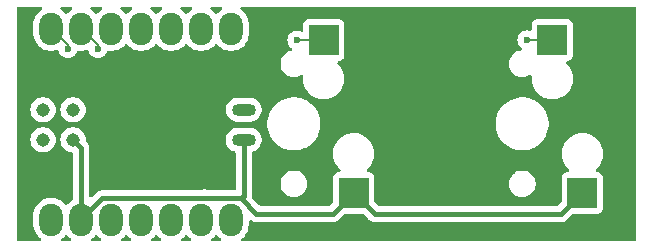
<source format=gbr>
G04 #@! TF.GenerationSoftware,KiCad,Pcbnew,8.0.6*
G04 #@! TF.CreationDate,2025-06-27T19:48:10+01:00*
G04 #@! TF.ProjectId,2x1,3278312e-6b69-4636-9164-5f7063625858,0.1*
G04 #@! TF.SameCoordinates,Original*
G04 #@! TF.FileFunction,Copper,L2,Bot*
G04 #@! TF.FilePolarity,Positive*
%FSLAX46Y46*%
G04 Gerber Fmt 4.6, Leading zero omitted, Abs format (unit mm)*
G04 Created by KiCad (PCBNEW 8.0.6) date 2025-06-27 19:48:10*
%MOMM*%
%LPD*%
G01*
G04 APERTURE LIST*
G04 #@! TA.AperFunction,SMDPad,CuDef*
%ADD10R,2.500000X2.550000*%
G04 #@! TD*
G04 #@! TA.AperFunction,SMDPad,CuDef*
%ADD11O,1.998980X2.748280*%
G04 #@! TD*
G04 #@! TA.AperFunction,SMDPad,CuDef*
%ADD12O,2.032000X1.016000*%
G04 #@! TD*
G04 #@! TA.AperFunction,SMDPad,CuDef*
%ADD13C,1.143000*%
G04 #@! TD*
G04 #@! TA.AperFunction,ViaPad*
%ADD14C,0.600000*%
G04 #@! TD*
G04 #@! TA.AperFunction,Conductor*
%ADD15C,0.381000*%
G04 #@! TD*
G04 #@! TA.AperFunction,Conductor*
%ADD16C,0.200000*%
G04 #@! TD*
G04 APERTURE END LIST*
D10*
X124543942Y-56415000D03*
X127083942Y-69342000D03*
X105196876Y-56415000D03*
X107736876Y-69342000D03*
D11*
X82112942Y-55450000D03*
X84652942Y-55450000D03*
X87192942Y-55450000D03*
X89732942Y-55450000D03*
X92272942Y-55450000D03*
X94812942Y-55450000D03*
X97352942Y-55450000D03*
X97352942Y-71614560D03*
X94812942Y-71614560D03*
X92272942Y-71614560D03*
X89732942Y-71614560D03*
X87192942Y-71614560D03*
X84652942Y-71614560D03*
X82112942Y-71614560D03*
D12*
X98430762Y-62316880D03*
X98430762Y-64866880D03*
D13*
X81426575Y-62315683D03*
X81426575Y-64855683D03*
X83966575Y-62315683D03*
X83966575Y-64855683D03*
D14*
X102910000Y-56410000D03*
X83522942Y-57150000D03*
X122384942Y-56388000D03*
X86062942Y-57150000D03*
D15*
X98187448Y-69817000D02*
X98430762Y-69573686D01*
X95112942Y-69817000D02*
X86415692Y-69817000D01*
X105958876Y-71120000D02*
X99490448Y-71120000D01*
X98430762Y-69573686D02*
X98430762Y-64866880D01*
X86415692Y-69817000D02*
X84650192Y-71582500D01*
X98187448Y-69817000D02*
X95112942Y-69817000D01*
X84652942Y-65542050D02*
X83966575Y-64855683D01*
X84652942Y-71614560D02*
X84652942Y-65542050D01*
X107736876Y-69342000D02*
X109514876Y-71120000D01*
X107736876Y-69342000D02*
X105958876Y-71120000D01*
X109514876Y-71120000D02*
X125305942Y-71120000D01*
X95112942Y-69817000D02*
X95112942Y-69750000D01*
X99490448Y-71120000D02*
X98187448Y-69817000D01*
X125305942Y-71120000D02*
X127083942Y-69342000D01*
D16*
X103615942Y-56415000D02*
X105196876Y-56415000D01*
X102910000Y-56410000D02*
X103610942Y-56410000D01*
X82142692Y-55450000D02*
X83522942Y-56830250D01*
X83522942Y-56830250D02*
X83522942Y-57150000D01*
X103610942Y-56410000D02*
X103615942Y-56415000D01*
X82112942Y-55450000D02*
X82142692Y-55450000D01*
X86062942Y-56830250D02*
X86062942Y-57150000D01*
X84652942Y-55450000D02*
X84682692Y-55450000D01*
X122384942Y-56388000D02*
X124516942Y-56388000D01*
X124516942Y-56388000D02*
X124543942Y-56415000D01*
X84682692Y-55450000D02*
X86062942Y-56830250D01*
X89732942Y-55450000D02*
X89762692Y-55450000D01*
X87192942Y-55450000D02*
X87222692Y-55450000D01*
G04 #@! TA.AperFunction,NonConductor*
G36*
X96535639Y-53606185D02*
G01*
X96581394Y-53658989D01*
X96591338Y-53728147D01*
X96562313Y-53791703D01*
X96541485Y-53810818D01*
X96375770Y-53931216D01*
X96375765Y-53931220D01*
X96208816Y-54098169D01*
X96208811Y-54098175D01*
X96183260Y-54133344D01*
X96127930Y-54176010D01*
X96058317Y-54181989D01*
X95996522Y-54149383D01*
X95982624Y-54133344D01*
X95957072Y-54098175D01*
X95957070Y-54098172D01*
X95790120Y-53931222D01*
X95790118Y-53931220D01*
X95790113Y-53931216D01*
X95624399Y-53810818D01*
X95581733Y-53755488D01*
X95575754Y-53685875D01*
X95608360Y-53624080D01*
X95669198Y-53589723D01*
X95697284Y-53586500D01*
X96468600Y-53586500D01*
X96535639Y-53606185D01*
G37*
G04 #@! TD.AperFunction*
G04 #@! TA.AperFunction,NonConductor*
G36*
X93995639Y-53606185D02*
G01*
X94041394Y-53658989D01*
X94051338Y-53728147D01*
X94022313Y-53791703D01*
X94001485Y-53810818D01*
X93835770Y-53931216D01*
X93835765Y-53931220D01*
X93668816Y-54098169D01*
X93668811Y-54098175D01*
X93643260Y-54133344D01*
X93587930Y-54176010D01*
X93518317Y-54181989D01*
X93456522Y-54149383D01*
X93442624Y-54133344D01*
X93417072Y-54098175D01*
X93417070Y-54098172D01*
X93250120Y-53931222D01*
X93250118Y-53931220D01*
X93250113Y-53931216D01*
X93084399Y-53810818D01*
X93041733Y-53755488D01*
X93035754Y-53685875D01*
X93068360Y-53624080D01*
X93129198Y-53589723D01*
X93157284Y-53586500D01*
X93928600Y-53586500D01*
X93995639Y-53606185D01*
G37*
G04 #@! TD.AperFunction*
G04 #@! TA.AperFunction,NonConductor*
G36*
X91455639Y-53606185D02*
G01*
X91501394Y-53658989D01*
X91511338Y-53728147D01*
X91482313Y-53791703D01*
X91461485Y-53810818D01*
X91295770Y-53931216D01*
X91295765Y-53931220D01*
X91128816Y-54098169D01*
X91128811Y-54098175D01*
X91103260Y-54133344D01*
X91047930Y-54176010D01*
X90978317Y-54181989D01*
X90916522Y-54149383D01*
X90902624Y-54133344D01*
X90877072Y-54098175D01*
X90877070Y-54098172D01*
X90710120Y-53931222D01*
X90710118Y-53931220D01*
X90710113Y-53931216D01*
X90544399Y-53810818D01*
X90501733Y-53755488D01*
X90495754Y-53685875D01*
X90528360Y-53624080D01*
X90589198Y-53589723D01*
X90617284Y-53586500D01*
X91388600Y-53586500D01*
X91455639Y-53606185D01*
G37*
G04 #@! TD.AperFunction*
G04 #@! TA.AperFunction,NonConductor*
G36*
X88915639Y-53606185D02*
G01*
X88961394Y-53658989D01*
X88971338Y-53728147D01*
X88942313Y-53791703D01*
X88921485Y-53810818D01*
X88755770Y-53931216D01*
X88755765Y-53931220D01*
X88588816Y-54098169D01*
X88588811Y-54098175D01*
X88563260Y-54133344D01*
X88507930Y-54176010D01*
X88438317Y-54181989D01*
X88376522Y-54149383D01*
X88362624Y-54133344D01*
X88337072Y-54098175D01*
X88337070Y-54098172D01*
X88170120Y-53931222D01*
X88170118Y-53931220D01*
X88170113Y-53931216D01*
X88004399Y-53810818D01*
X87961733Y-53755488D01*
X87955754Y-53685875D01*
X87988360Y-53624080D01*
X88049198Y-53589723D01*
X88077284Y-53586500D01*
X88848600Y-53586500D01*
X88915639Y-53606185D01*
G37*
G04 #@! TD.AperFunction*
G04 #@! TA.AperFunction,NonConductor*
G36*
X86375639Y-53606185D02*
G01*
X86421394Y-53658989D01*
X86431338Y-53728147D01*
X86402313Y-53791703D01*
X86381485Y-53810818D01*
X86215770Y-53931216D01*
X86215765Y-53931220D01*
X86048816Y-54098169D01*
X86048811Y-54098175D01*
X86023260Y-54133344D01*
X85967930Y-54176010D01*
X85898317Y-54181989D01*
X85836522Y-54149383D01*
X85822624Y-54133344D01*
X85797072Y-54098175D01*
X85797070Y-54098172D01*
X85630120Y-53931222D01*
X85630118Y-53931220D01*
X85630113Y-53931216D01*
X85464399Y-53810818D01*
X85421733Y-53755488D01*
X85415754Y-53685875D01*
X85448360Y-53624080D01*
X85509198Y-53589723D01*
X85537284Y-53586500D01*
X86308600Y-53586500D01*
X86375639Y-53606185D01*
G37*
G04 #@! TD.AperFunction*
G04 #@! TA.AperFunction,NonConductor*
G36*
X83835639Y-53606185D02*
G01*
X83881394Y-53658989D01*
X83891338Y-53728147D01*
X83862313Y-53791703D01*
X83841485Y-53810818D01*
X83675770Y-53931216D01*
X83675765Y-53931220D01*
X83508816Y-54098169D01*
X83508811Y-54098175D01*
X83483260Y-54133344D01*
X83427930Y-54176010D01*
X83358317Y-54181989D01*
X83296522Y-54149383D01*
X83282624Y-54133344D01*
X83257072Y-54098175D01*
X83257070Y-54098172D01*
X83090120Y-53931222D01*
X83090118Y-53931220D01*
X83090113Y-53931216D01*
X82924399Y-53810818D01*
X82881733Y-53755488D01*
X82875754Y-53685875D01*
X82908360Y-53624080D01*
X82969198Y-53589723D01*
X82997284Y-53586500D01*
X83768600Y-53586500D01*
X83835639Y-53606185D01*
G37*
G04 #@! TD.AperFunction*
G04 #@! TA.AperFunction,NonConductor*
G36*
X96169361Y-72915175D02*
G01*
X96183261Y-72931217D01*
X96208810Y-72966384D01*
X96375769Y-73133343D01*
X96452626Y-73189182D01*
X96495292Y-73244511D01*
X96501271Y-73314125D01*
X96468666Y-73375920D01*
X96407827Y-73410277D01*
X96379741Y-73413500D01*
X95786143Y-73413500D01*
X95719104Y-73393815D01*
X95673349Y-73341011D01*
X95663405Y-73271853D01*
X95692430Y-73208297D01*
X95713258Y-73189182D01*
X95790114Y-73133343D01*
X95790116Y-73133340D01*
X95790120Y-73133338D01*
X95957070Y-72966388D01*
X95982623Y-72931216D01*
X96037952Y-72888551D01*
X96107565Y-72882570D01*
X96169361Y-72915175D01*
G37*
G04 #@! TD.AperFunction*
G04 #@! TA.AperFunction,NonConductor*
G36*
X93629361Y-72915175D02*
G01*
X93643261Y-72931217D01*
X93668810Y-72966384D01*
X93835769Y-73133343D01*
X93912626Y-73189182D01*
X93955292Y-73244511D01*
X93961271Y-73314125D01*
X93928666Y-73375920D01*
X93867827Y-73410277D01*
X93839741Y-73413500D01*
X93246143Y-73413500D01*
X93179104Y-73393815D01*
X93133349Y-73341011D01*
X93123405Y-73271853D01*
X93152430Y-73208297D01*
X93173258Y-73189182D01*
X93250114Y-73133343D01*
X93250116Y-73133340D01*
X93250120Y-73133338D01*
X93417070Y-72966388D01*
X93442623Y-72931216D01*
X93497952Y-72888551D01*
X93567565Y-72882570D01*
X93629361Y-72915175D01*
G37*
G04 #@! TD.AperFunction*
G04 #@! TA.AperFunction,NonConductor*
G36*
X91089361Y-72915175D02*
G01*
X91103261Y-72931217D01*
X91128810Y-72966384D01*
X91295769Y-73133343D01*
X91372626Y-73189182D01*
X91415292Y-73244511D01*
X91421271Y-73314125D01*
X91388666Y-73375920D01*
X91327827Y-73410277D01*
X91299741Y-73413500D01*
X90706143Y-73413500D01*
X90639104Y-73393815D01*
X90593349Y-73341011D01*
X90583405Y-73271853D01*
X90612430Y-73208297D01*
X90633258Y-73189182D01*
X90710114Y-73133343D01*
X90710116Y-73133340D01*
X90710120Y-73133338D01*
X90877070Y-72966388D01*
X90902623Y-72931216D01*
X90957952Y-72888551D01*
X91027565Y-72882570D01*
X91089361Y-72915175D01*
G37*
G04 #@! TD.AperFunction*
G04 #@! TA.AperFunction,NonConductor*
G36*
X88549361Y-72915175D02*
G01*
X88563261Y-72931217D01*
X88588810Y-72966384D01*
X88755769Y-73133343D01*
X88832626Y-73189182D01*
X88875292Y-73244511D01*
X88881271Y-73314125D01*
X88848666Y-73375920D01*
X88787827Y-73410277D01*
X88759741Y-73413500D01*
X88166143Y-73413500D01*
X88099104Y-73393815D01*
X88053349Y-73341011D01*
X88043405Y-73271853D01*
X88072430Y-73208297D01*
X88093258Y-73189182D01*
X88170114Y-73133343D01*
X88170116Y-73133340D01*
X88170120Y-73133338D01*
X88337070Y-72966388D01*
X88362623Y-72931216D01*
X88417952Y-72888551D01*
X88487565Y-72882570D01*
X88549361Y-72915175D01*
G37*
G04 #@! TD.AperFunction*
G04 #@! TA.AperFunction,NonConductor*
G36*
X86009361Y-72915175D02*
G01*
X86023261Y-72931217D01*
X86048810Y-72966384D01*
X86215769Y-73133343D01*
X86292626Y-73189182D01*
X86335292Y-73244511D01*
X86341271Y-73314125D01*
X86308666Y-73375920D01*
X86247827Y-73410277D01*
X86219741Y-73413500D01*
X85626143Y-73413500D01*
X85559104Y-73393815D01*
X85513349Y-73341011D01*
X85503405Y-73271853D01*
X85532430Y-73208297D01*
X85553258Y-73189182D01*
X85630114Y-73133343D01*
X85630116Y-73133340D01*
X85630120Y-73133338D01*
X85797070Y-72966388D01*
X85822623Y-72931216D01*
X85877952Y-72888551D01*
X85947565Y-72882570D01*
X86009361Y-72915175D01*
G37*
G04 #@! TD.AperFunction*
G04 #@! TA.AperFunction,NonConductor*
G36*
X83469361Y-72915175D02*
G01*
X83483261Y-72931217D01*
X83508810Y-72966384D01*
X83675769Y-73133343D01*
X83752626Y-73189182D01*
X83795292Y-73244511D01*
X83801271Y-73314125D01*
X83768666Y-73375920D01*
X83707827Y-73410277D01*
X83679741Y-73413500D01*
X83086143Y-73413500D01*
X83019104Y-73393815D01*
X82973349Y-73341011D01*
X82963405Y-73271853D01*
X82992430Y-73208297D01*
X83013258Y-73189182D01*
X83090114Y-73133343D01*
X83090116Y-73133340D01*
X83090120Y-73133338D01*
X83257070Y-72966388D01*
X83282623Y-72931216D01*
X83337952Y-72888551D01*
X83407565Y-72882570D01*
X83469361Y-72915175D01*
G37*
G04 #@! TD.AperFunction*
G04 #@! TA.AperFunction,NonConductor*
G36*
X81295639Y-53606185D02*
G01*
X81341394Y-53658989D01*
X81351338Y-53728147D01*
X81322313Y-53791703D01*
X81301485Y-53810818D01*
X81135770Y-53931216D01*
X81135765Y-53931220D01*
X80968812Y-54098173D01*
X80968808Y-54098178D01*
X80830038Y-54289180D01*
X80722848Y-54499549D01*
X80649887Y-54724101D01*
X80612952Y-54957298D01*
X80612952Y-55942701D01*
X80649887Y-56175898D01*
X80722848Y-56400450D01*
X80796562Y-56545121D01*
X80807837Y-56567249D01*
X80830038Y-56610819D01*
X80968808Y-56801821D01*
X80968812Y-56801826D01*
X81135765Y-56968779D01*
X81135770Y-56968783D01*
X81299522Y-57087755D01*
X81326776Y-57107556D01*
X81455939Y-57173368D01*
X81537141Y-57214743D01*
X81537143Y-57214743D01*
X81537146Y-57214745D01*
X81761694Y-57287705D01*
X81994890Y-57324640D01*
X81994891Y-57324640D01*
X82230993Y-57324640D01*
X82230994Y-57324640D01*
X82464190Y-57287705D01*
X82581296Y-57249654D01*
X82651135Y-57247660D01*
X82710968Y-57283740D01*
X82736654Y-57326631D01*
X82797151Y-57499519D01*
X82797153Y-57499522D01*
X82893126Y-57652262D01*
X83020680Y-57779816D01*
X83173420Y-57875789D01*
X83334999Y-57932328D01*
X83343687Y-57935368D01*
X83343692Y-57935369D01*
X83522938Y-57955565D01*
X83522942Y-57955565D01*
X83522946Y-57955565D01*
X83702191Y-57935369D01*
X83702194Y-57935368D01*
X83702197Y-57935368D01*
X83872464Y-57875789D01*
X84025204Y-57779816D01*
X84152758Y-57652262D01*
X84248731Y-57499522D01*
X84287547Y-57388590D01*
X84328267Y-57331817D01*
X84393220Y-57306069D01*
X84423986Y-57307074D01*
X84470070Y-57314373D01*
X84534890Y-57324640D01*
X84534891Y-57324640D01*
X84770993Y-57324640D01*
X84770994Y-57324640D01*
X85004190Y-57287705D01*
X85121296Y-57249654D01*
X85191135Y-57247660D01*
X85250968Y-57283740D01*
X85276654Y-57326631D01*
X85337151Y-57499519D01*
X85337153Y-57499522D01*
X85433126Y-57652262D01*
X85560680Y-57779816D01*
X85713420Y-57875789D01*
X85874999Y-57932328D01*
X85883687Y-57935368D01*
X85883692Y-57935369D01*
X86062938Y-57955565D01*
X86062942Y-57955565D01*
X86062946Y-57955565D01*
X86242191Y-57935369D01*
X86242194Y-57935368D01*
X86242197Y-57935368D01*
X86412464Y-57875789D01*
X86565204Y-57779816D01*
X86692758Y-57652262D01*
X86788731Y-57499522D01*
X86827547Y-57388590D01*
X86868267Y-57331817D01*
X86933220Y-57306069D01*
X86963986Y-57307074D01*
X87010070Y-57314373D01*
X87074890Y-57324640D01*
X87074891Y-57324640D01*
X87310993Y-57324640D01*
X87310994Y-57324640D01*
X87544190Y-57287705D01*
X87768738Y-57214745D01*
X87979108Y-57107556D01*
X88170120Y-56968778D01*
X88337070Y-56801828D01*
X88362623Y-56766656D01*
X88417952Y-56723991D01*
X88487565Y-56718010D01*
X88549361Y-56750615D01*
X88563261Y-56766657D01*
X88588810Y-56801824D01*
X88755765Y-56968779D01*
X88755770Y-56968783D01*
X88919522Y-57087755D01*
X88946776Y-57107556D01*
X89075939Y-57173368D01*
X89157141Y-57214743D01*
X89157143Y-57214743D01*
X89157146Y-57214745D01*
X89381694Y-57287705D01*
X89614890Y-57324640D01*
X89614891Y-57324640D01*
X89850993Y-57324640D01*
X89850994Y-57324640D01*
X90084190Y-57287705D01*
X90308738Y-57214745D01*
X90519108Y-57107556D01*
X90710120Y-56968778D01*
X90877070Y-56801828D01*
X90902623Y-56766656D01*
X90957952Y-56723991D01*
X91027565Y-56718010D01*
X91089361Y-56750615D01*
X91103261Y-56766657D01*
X91128810Y-56801824D01*
X91295765Y-56968779D01*
X91295770Y-56968783D01*
X91459522Y-57087755D01*
X91486776Y-57107556D01*
X91615939Y-57173368D01*
X91697141Y-57214743D01*
X91697143Y-57214743D01*
X91697146Y-57214745D01*
X91921694Y-57287705D01*
X92154890Y-57324640D01*
X92154891Y-57324640D01*
X92390993Y-57324640D01*
X92390994Y-57324640D01*
X92624190Y-57287705D01*
X92848738Y-57214745D01*
X93059108Y-57107556D01*
X93250120Y-56968778D01*
X93417070Y-56801828D01*
X93442623Y-56766656D01*
X93497952Y-56723991D01*
X93567565Y-56718010D01*
X93629361Y-56750615D01*
X93643261Y-56766657D01*
X93668810Y-56801824D01*
X93835765Y-56968779D01*
X93835770Y-56968783D01*
X93999522Y-57087755D01*
X94026776Y-57107556D01*
X94155939Y-57173368D01*
X94237141Y-57214743D01*
X94237143Y-57214743D01*
X94237146Y-57214745D01*
X94461694Y-57287705D01*
X94694890Y-57324640D01*
X94694891Y-57324640D01*
X94930993Y-57324640D01*
X94930994Y-57324640D01*
X95164190Y-57287705D01*
X95388738Y-57214745D01*
X95599108Y-57107556D01*
X95790120Y-56968778D01*
X95957070Y-56801828D01*
X95982623Y-56766656D01*
X96037952Y-56723991D01*
X96107565Y-56718010D01*
X96169361Y-56750615D01*
X96183261Y-56766657D01*
X96208810Y-56801824D01*
X96375765Y-56968779D01*
X96375770Y-56968783D01*
X96539522Y-57087755D01*
X96566776Y-57107556D01*
X96695939Y-57173368D01*
X96777141Y-57214743D01*
X96777143Y-57214743D01*
X96777146Y-57214745D01*
X97001694Y-57287705D01*
X97234890Y-57324640D01*
X97234891Y-57324640D01*
X97470993Y-57324640D01*
X97470994Y-57324640D01*
X97704190Y-57287705D01*
X97928738Y-57214745D01*
X98139108Y-57107556D01*
X98330120Y-56968778D01*
X98497070Y-56801828D01*
X98635848Y-56610816D01*
X98743037Y-56400446D01*
X98815997Y-56175898D01*
X98852932Y-55942702D01*
X98852932Y-54957298D01*
X98815997Y-54724102D01*
X98743037Y-54499554D01*
X98743035Y-54499551D01*
X98743035Y-54499549D01*
X98704148Y-54423230D01*
X98635848Y-54289184D01*
X98618118Y-54264781D01*
X98497075Y-54098178D01*
X98497071Y-54098173D01*
X98330118Y-53931220D01*
X98330113Y-53931216D01*
X98164399Y-53810818D01*
X98121733Y-53755488D01*
X98115754Y-53685875D01*
X98148360Y-53624080D01*
X98209198Y-53589723D01*
X98237284Y-53586500D01*
X131524442Y-53586500D01*
X131591481Y-53606185D01*
X131637236Y-53658989D01*
X131648442Y-53710500D01*
X131648442Y-73289500D01*
X131628757Y-73356539D01*
X131575953Y-73402294D01*
X131524442Y-73413500D01*
X98326143Y-73413500D01*
X98259104Y-73393815D01*
X98213349Y-73341011D01*
X98203405Y-73271853D01*
X98232430Y-73208297D01*
X98253258Y-73189182D01*
X98330114Y-73133343D01*
X98330116Y-73133340D01*
X98330120Y-73133338D01*
X98497070Y-72966388D01*
X98635848Y-72775376D01*
X98743037Y-72565006D01*
X98815997Y-72340458D01*
X98852932Y-72107262D01*
X98852932Y-71757071D01*
X98872617Y-71690032D01*
X98925421Y-71644277D01*
X98994579Y-71634333D01*
X99045823Y-71653969D01*
X99049957Y-71656731D01*
X99049961Y-71656735D01*
X99163137Y-71732356D01*
X99288891Y-71784445D01*
X99288895Y-71784445D01*
X99288896Y-71784446D01*
X99422387Y-71811000D01*
X99422390Y-71811000D01*
X106026936Y-71811000D01*
X106116746Y-71793134D01*
X106160433Y-71784445D01*
X106286187Y-71732356D01*
X106399363Y-71656735D01*
X106902279Y-71153816D01*
X106963601Y-71120333D01*
X106989959Y-71117499D01*
X108483791Y-71117499D01*
X108550830Y-71137184D01*
X108571472Y-71153818D01*
X108978141Y-71560486D01*
X108978142Y-71560487D01*
X109051988Y-71634333D01*
X109074390Y-71656735D01*
X109187558Y-71732352D01*
X109187571Y-71732359D01*
X109247232Y-71757071D01*
X109313319Y-71784445D01*
X109313323Y-71784445D01*
X109313324Y-71784446D01*
X109446815Y-71811000D01*
X109446818Y-71811000D01*
X125374002Y-71811000D01*
X125463812Y-71793134D01*
X125507499Y-71784445D01*
X125633253Y-71732356D01*
X125746429Y-71656735D01*
X126249345Y-71153816D01*
X126310667Y-71120333D01*
X126337025Y-71117499D01*
X128381813Y-71117499D01*
X128381814Y-71117499D01*
X128441425Y-71111091D01*
X128576273Y-71060796D01*
X128691488Y-70974546D01*
X128777738Y-70859331D01*
X128828033Y-70724483D01*
X128834442Y-70664873D01*
X128834441Y-68019128D01*
X128828033Y-67959517D01*
X128785986Y-67846784D01*
X128777739Y-67824671D01*
X128777735Y-67824664D01*
X128691489Y-67709455D01*
X128691486Y-67709452D01*
X128576277Y-67623206D01*
X128576270Y-67623202D01*
X128441424Y-67572908D01*
X128441425Y-67572908D01*
X128381825Y-67566501D01*
X128381823Y-67566500D01*
X128381815Y-67566500D01*
X128381807Y-67566500D01*
X128332385Y-67566500D01*
X128265346Y-67546815D01*
X128219591Y-67494011D01*
X128209647Y-67424853D01*
X128238672Y-67361297D01*
X128244704Y-67354819D01*
X128402853Y-67196670D01*
X128402856Y-67196665D01*
X128402861Y-67196661D01*
X128542553Y-67014612D01*
X128657286Y-66815888D01*
X128745100Y-66603887D01*
X128804490Y-66382238D01*
X128834442Y-66154734D01*
X128834442Y-65925266D01*
X128804490Y-65697762D01*
X128745100Y-65476113D01*
X128690619Y-65344584D01*
X128657291Y-65264123D01*
X128657288Y-65264117D01*
X128657286Y-65264112D01*
X128542553Y-65065388D01*
X128542550Y-65065385D01*
X128542549Y-65065382D01*
X128402860Y-64883338D01*
X128402853Y-64883330D01*
X128240612Y-64721089D01*
X128240603Y-64721081D01*
X128058559Y-64581392D01*
X127859832Y-64466657D01*
X127859818Y-64466650D01*
X127647829Y-64378842D01*
X127426180Y-64319452D01*
X127388157Y-64314446D01*
X127198683Y-64289500D01*
X127198676Y-64289500D01*
X126969208Y-64289500D01*
X126969200Y-64289500D01*
X126752657Y-64318009D01*
X126741704Y-64319452D01*
X126648018Y-64344554D01*
X126520054Y-64378842D01*
X126308065Y-64466650D01*
X126308051Y-64466657D01*
X126109324Y-64581392D01*
X125927280Y-64721081D01*
X125765023Y-64883338D01*
X125625334Y-65065382D01*
X125510599Y-65264109D01*
X125510592Y-65264123D01*
X125422784Y-65476112D01*
X125363395Y-65697759D01*
X125363393Y-65697770D01*
X125333442Y-65925258D01*
X125333442Y-66154741D01*
X125358388Y-66344215D01*
X125363394Y-66382238D01*
X125363395Y-66382240D01*
X125422784Y-66603887D01*
X125510592Y-66815876D01*
X125510599Y-66815890D01*
X125625334Y-67014617D01*
X125765023Y-67196661D01*
X125765031Y-67196670D01*
X125923180Y-67354819D01*
X125956665Y-67416142D01*
X125951681Y-67485834D01*
X125909809Y-67541767D01*
X125844345Y-67566184D01*
X125835501Y-67566500D01*
X125786073Y-67566500D01*
X125786065Y-67566501D01*
X125726458Y-67572908D01*
X125591613Y-67623202D01*
X125591606Y-67623206D01*
X125476397Y-67709452D01*
X125476394Y-67709455D01*
X125390148Y-67824664D01*
X125390144Y-67824671D01*
X125339850Y-67959517D01*
X125333443Y-68019116D01*
X125333443Y-68019123D01*
X125333442Y-68019135D01*
X125333442Y-70063915D01*
X125313757Y-70130954D01*
X125297123Y-70151596D01*
X125056039Y-70392681D01*
X124994716Y-70426166D01*
X124968358Y-70429000D01*
X109852459Y-70429000D01*
X109785420Y-70409315D01*
X109764778Y-70392681D01*
X109523694Y-70151597D01*
X109490209Y-70090274D01*
X109487375Y-70063916D01*
X109487375Y-68491421D01*
X120878442Y-68491421D01*
X120878442Y-68668578D01*
X120906156Y-68843556D01*
X120960898Y-69012039D01*
X120960899Y-69012042D01*
X121013255Y-69114794D01*
X121041328Y-69169890D01*
X121145459Y-69313214D01*
X121270728Y-69438483D01*
X121414052Y-69542614D01*
X121491471Y-69582061D01*
X121571899Y-69623042D01*
X121571902Y-69623043D01*
X121629469Y-69641747D01*
X121740387Y-69677786D01*
X121915363Y-69705500D01*
X121915364Y-69705500D01*
X122092520Y-69705500D01*
X122092521Y-69705500D01*
X122267497Y-69677786D01*
X122435984Y-69623042D01*
X122593832Y-69542614D01*
X122737156Y-69438483D01*
X122862425Y-69313214D01*
X122966556Y-69169890D01*
X123046984Y-69012042D01*
X123101728Y-68843555D01*
X123129442Y-68668579D01*
X123129442Y-68491421D01*
X123101728Y-68316445D01*
X123046984Y-68147958D01*
X123046984Y-68147957D01*
X122966555Y-67990109D01*
X122862425Y-67846786D01*
X122737156Y-67721517D01*
X122593832Y-67617386D01*
X122435984Y-67536957D01*
X122435981Y-67536956D01*
X122267498Y-67482214D01*
X122180009Y-67468357D01*
X122092521Y-67454500D01*
X121915363Y-67454500D01*
X121857037Y-67463738D01*
X121740385Y-67482214D01*
X121571902Y-67536956D01*
X121571899Y-67536957D01*
X121414051Y-67617386D01*
X121406041Y-67623206D01*
X121270728Y-67721517D01*
X121270726Y-67721519D01*
X121270725Y-67721519D01*
X121145461Y-67846783D01*
X121145461Y-67846784D01*
X121145459Y-67846786D01*
X121100738Y-67908338D01*
X121041328Y-67990109D01*
X120960899Y-68147957D01*
X120960898Y-68147960D01*
X120906156Y-68316443D01*
X120878442Y-68491421D01*
X109487375Y-68491421D01*
X109487375Y-68019129D01*
X109487374Y-68019123D01*
X109487373Y-68019116D01*
X109480967Y-67959517D01*
X109438920Y-67846784D01*
X109430673Y-67824671D01*
X109430669Y-67824664D01*
X109344423Y-67709455D01*
X109344420Y-67709452D01*
X109229211Y-67623206D01*
X109229204Y-67623202D01*
X109094358Y-67572908D01*
X109094359Y-67572908D01*
X109034759Y-67566501D01*
X109034757Y-67566500D01*
X109034749Y-67566500D01*
X109034741Y-67566500D01*
X108985319Y-67566500D01*
X108918280Y-67546815D01*
X108872525Y-67494011D01*
X108862581Y-67424853D01*
X108891606Y-67361297D01*
X108897638Y-67354819D01*
X109055787Y-67196670D01*
X109055790Y-67196665D01*
X109055795Y-67196661D01*
X109195487Y-67014612D01*
X109310220Y-66815888D01*
X109398034Y-66603887D01*
X109457424Y-66382238D01*
X109487376Y-66154734D01*
X109487376Y-65925266D01*
X109457424Y-65697762D01*
X109398034Y-65476113D01*
X109343553Y-65344584D01*
X109310225Y-65264123D01*
X109310222Y-65264117D01*
X109310220Y-65264112D01*
X109195487Y-65065388D01*
X109195484Y-65065385D01*
X109195483Y-65065382D01*
X109055794Y-64883338D01*
X109055787Y-64883330D01*
X108893546Y-64721089D01*
X108893537Y-64721081D01*
X108711493Y-64581392D01*
X108512766Y-64466657D01*
X108512752Y-64466650D01*
X108300763Y-64378842D01*
X108079114Y-64319452D01*
X108041091Y-64314446D01*
X107851617Y-64289500D01*
X107851610Y-64289500D01*
X107622142Y-64289500D01*
X107622134Y-64289500D01*
X107405591Y-64318009D01*
X107394638Y-64319452D01*
X107300952Y-64344554D01*
X107172988Y-64378842D01*
X106960999Y-64466650D01*
X106960985Y-64466657D01*
X106762258Y-64581392D01*
X106580214Y-64721081D01*
X106417957Y-64883338D01*
X106278268Y-65065382D01*
X106163533Y-65264109D01*
X106163526Y-65264123D01*
X106075718Y-65476112D01*
X106016329Y-65697759D01*
X106016327Y-65697770D01*
X105986376Y-65925258D01*
X105986376Y-66154741D01*
X106011322Y-66344215D01*
X106016328Y-66382238D01*
X106016329Y-66382240D01*
X106075718Y-66603887D01*
X106163526Y-66815876D01*
X106163533Y-66815890D01*
X106278268Y-67014617D01*
X106417957Y-67196661D01*
X106417965Y-67196670D01*
X106576114Y-67354819D01*
X106609599Y-67416142D01*
X106604615Y-67485834D01*
X106562743Y-67541767D01*
X106497279Y-67566184D01*
X106488435Y-67566500D01*
X106439007Y-67566500D01*
X106438999Y-67566501D01*
X106379392Y-67572908D01*
X106244547Y-67623202D01*
X106244540Y-67623206D01*
X106129331Y-67709452D01*
X106129328Y-67709455D01*
X106043082Y-67824664D01*
X106043078Y-67824671D01*
X105992784Y-67959517D01*
X105986377Y-68019116D01*
X105986377Y-68019123D01*
X105986376Y-68019135D01*
X105986376Y-70063915D01*
X105966691Y-70130954D01*
X105950057Y-70151596D01*
X105708973Y-70392681D01*
X105647650Y-70426166D01*
X105621292Y-70429000D01*
X99828032Y-70429000D01*
X99760993Y-70409315D01*
X99740351Y-70392681D01*
X99146670Y-69799000D01*
X99113185Y-69737677D01*
X99112736Y-69687120D01*
X99114593Y-69677786D01*
X99121762Y-69641744D01*
X99121762Y-68491421D01*
X101531376Y-68491421D01*
X101531376Y-68668578D01*
X101559090Y-68843556D01*
X101613832Y-69012039D01*
X101613833Y-69012042D01*
X101666189Y-69114794D01*
X101694262Y-69169890D01*
X101798393Y-69313214D01*
X101923662Y-69438483D01*
X102066986Y-69542614D01*
X102144405Y-69582061D01*
X102224833Y-69623042D01*
X102224836Y-69623043D01*
X102282403Y-69641747D01*
X102393321Y-69677786D01*
X102568297Y-69705500D01*
X102568298Y-69705500D01*
X102745454Y-69705500D01*
X102745455Y-69705500D01*
X102920431Y-69677786D01*
X103088918Y-69623042D01*
X103246766Y-69542614D01*
X103390090Y-69438483D01*
X103515359Y-69313214D01*
X103619490Y-69169890D01*
X103699918Y-69012042D01*
X103754662Y-68843555D01*
X103782376Y-68668579D01*
X103782376Y-68491421D01*
X103754662Y-68316445D01*
X103699918Y-68147958D01*
X103699918Y-68147957D01*
X103619489Y-67990109D01*
X103515359Y-67846786D01*
X103390090Y-67721517D01*
X103246766Y-67617386D01*
X103088918Y-67536957D01*
X103088915Y-67536956D01*
X102920432Y-67482214D01*
X102832943Y-67468357D01*
X102745455Y-67454500D01*
X102568297Y-67454500D01*
X102509971Y-67463738D01*
X102393319Y-67482214D01*
X102224836Y-67536956D01*
X102224833Y-67536957D01*
X102066985Y-67617386D01*
X102058975Y-67623206D01*
X101923662Y-67721517D01*
X101923660Y-67721519D01*
X101923659Y-67721519D01*
X101798395Y-67846783D01*
X101798395Y-67846784D01*
X101798393Y-67846786D01*
X101753672Y-67908338D01*
X101694262Y-67990109D01*
X101613833Y-68147957D01*
X101613832Y-68147960D01*
X101559090Y-68316443D01*
X101531376Y-68491421D01*
X99121762Y-68491421D01*
X99121762Y-65960500D01*
X99141447Y-65893461D01*
X99194251Y-65847706D01*
X99221566Y-65838884D01*
X99232931Y-65836624D01*
X99416466Y-65760601D01*
X99581643Y-65650233D01*
X99722115Y-65509761D01*
X99832483Y-65344584D01*
X99908506Y-65161049D01*
X99947262Y-64966209D01*
X99947262Y-64767551D01*
X99908506Y-64572711D01*
X99832483Y-64389176D01*
X99832482Y-64389175D01*
X99832479Y-64389169D01*
X99722115Y-64223999D01*
X99722112Y-64223995D01*
X99581646Y-64083529D01*
X99581642Y-64083526D01*
X99416472Y-63973162D01*
X99416463Y-63973157D01*
X99232931Y-63897136D01*
X99232923Y-63897134D01*
X99038095Y-63858380D01*
X99038091Y-63858380D01*
X97823433Y-63858380D01*
X97823428Y-63858380D01*
X97628600Y-63897134D01*
X97628592Y-63897136D01*
X97445060Y-63973157D01*
X97445051Y-63973162D01*
X97279881Y-64083526D01*
X97279877Y-64083529D01*
X97139411Y-64223995D01*
X97139408Y-64223999D01*
X97029044Y-64389169D01*
X97029039Y-64389178D01*
X96953018Y-64572710D01*
X96953016Y-64572718D01*
X96914262Y-64767546D01*
X96914262Y-64966213D01*
X96953016Y-65161041D01*
X96953018Y-65161049D01*
X97029039Y-65344581D01*
X97029044Y-65344590D01*
X97139408Y-65509760D01*
X97139411Y-65509764D01*
X97279877Y-65650230D01*
X97279881Y-65650233D01*
X97445051Y-65760597D01*
X97445057Y-65760600D01*
X97445058Y-65760601D01*
X97628593Y-65836624D01*
X97639951Y-65838883D01*
X97701860Y-65871263D01*
X97736437Y-65931977D01*
X97739762Y-65960500D01*
X97739762Y-69002000D01*
X97720077Y-69069039D01*
X97667273Y-69114794D01*
X97615762Y-69126000D01*
X95436807Y-69126000D01*
X95389354Y-69116561D01*
X95314499Y-69085555D01*
X95314493Y-69085553D01*
X95181002Y-69059000D01*
X95181000Y-69059000D01*
X95044884Y-69059000D01*
X95044882Y-69059000D01*
X94911390Y-69085553D01*
X94911384Y-69085555D01*
X94836530Y-69116561D01*
X94789077Y-69126000D01*
X86347632Y-69126000D01*
X86214140Y-69152553D01*
X86214130Y-69152556D01*
X86088382Y-69204642D01*
X86088379Y-69204644D01*
X85975206Y-69280263D01*
X85975199Y-69280269D01*
X85555623Y-69699846D01*
X85494300Y-69733331D01*
X85424608Y-69728347D01*
X85368675Y-69686475D01*
X85344258Y-69621011D01*
X85343942Y-69612165D01*
X85343942Y-65473989D01*
X85317388Y-65340498D01*
X85317387Y-65340497D01*
X85317387Y-65340493D01*
X85285748Y-65264109D01*
X85265301Y-65214745D01*
X85265294Y-65214732D01*
X85189678Y-65101565D01*
X85141618Y-65053505D01*
X85075899Y-64987786D01*
X85042416Y-64926466D01*
X85040111Y-64888667D01*
X85043168Y-64855683D01*
X85024837Y-64657860D01*
X85000610Y-64572710D01*
X84970470Y-64466777D01*
X84970467Y-64466771D01*
X84931826Y-64389169D01*
X84881913Y-64288930D01*
X84762187Y-64130387D01*
X84762185Y-64130384D01*
X84615368Y-63996544D01*
X84615367Y-63996543D01*
X84551042Y-63956714D01*
X84446455Y-63891956D01*
X84446453Y-63891955D01*
X84261202Y-63820189D01*
X84261201Y-63820188D01*
X84261199Y-63820188D01*
X84065910Y-63783683D01*
X83867240Y-63783683D01*
X83671951Y-63820188D01*
X83671949Y-63820188D01*
X83671947Y-63820189D01*
X83486696Y-63891955D01*
X83486694Y-63891956D01*
X83317781Y-63996544D01*
X83170964Y-64130384D01*
X83051237Y-64288929D01*
X82962682Y-64466771D01*
X82962679Y-64466777D01*
X82908313Y-64657857D01*
X82908312Y-64657860D01*
X82889982Y-64855682D01*
X82889982Y-64855683D01*
X82908312Y-65053505D01*
X82908313Y-65053508D01*
X82962679Y-65244588D01*
X82962682Y-65244594D01*
X83051237Y-65422436D01*
X83170964Y-65580981D01*
X83246931Y-65650233D01*
X83317783Y-65714823D01*
X83486696Y-65819410D01*
X83671951Y-65891178D01*
X83860728Y-65926465D01*
X83923008Y-65958133D01*
X83958281Y-66018445D01*
X83961942Y-66048354D01*
X83961942Y-69832526D01*
X83942257Y-69899565D01*
X83894240Y-69943009D01*
X83866774Y-69957004D01*
X83675770Y-70095776D01*
X83675765Y-70095780D01*
X83508816Y-70262729D01*
X83508811Y-70262735D01*
X83483260Y-70297904D01*
X83427930Y-70340570D01*
X83358317Y-70346549D01*
X83296522Y-70313943D01*
X83282624Y-70297904D01*
X83257072Y-70262735D01*
X83257070Y-70262732D01*
X83090120Y-70095782D01*
X83090118Y-70095780D01*
X83090113Y-70095776D01*
X82899111Y-69957006D01*
X82899110Y-69957005D01*
X82899108Y-69957004D01*
X82805937Y-69909531D01*
X82688742Y-69849816D01*
X82464190Y-69776855D01*
X82230994Y-69739920D01*
X81994890Y-69739920D01*
X81917781Y-69752133D01*
X81761693Y-69776855D01*
X81537141Y-69849816D01*
X81326772Y-69957006D01*
X81135770Y-70095776D01*
X81135765Y-70095780D01*
X80968812Y-70262733D01*
X80968808Y-70262738D01*
X80830038Y-70453740D01*
X80722848Y-70664109D01*
X80649887Y-70888661D01*
X80612952Y-71121858D01*
X80612952Y-72107261D01*
X80649887Y-72340458D01*
X80722848Y-72565010D01*
X80830038Y-72775379D01*
X80968808Y-72966381D01*
X80968812Y-72966386D01*
X81135769Y-73133343D01*
X81212626Y-73189182D01*
X81255292Y-73244511D01*
X81261271Y-73314125D01*
X81228666Y-73375920D01*
X81167827Y-73410277D01*
X81139741Y-73413500D01*
X79321442Y-73413500D01*
X79254403Y-73393815D01*
X79208648Y-73341011D01*
X79197442Y-73289500D01*
X79197442Y-64855682D01*
X80349982Y-64855682D01*
X80349982Y-64855683D01*
X80368312Y-65053505D01*
X80368313Y-65053508D01*
X80422679Y-65244588D01*
X80422682Y-65244594D01*
X80511237Y-65422436D01*
X80630964Y-65580981D01*
X80706931Y-65650233D01*
X80777783Y-65714823D01*
X80946696Y-65819410D01*
X81131951Y-65891178D01*
X81327240Y-65927683D01*
X81327243Y-65927683D01*
X81525907Y-65927683D01*
X81525910Y-65927683D01*
X81721199Y-65891178D01*
X81906454Y-65819410D01*
X82075367Y-65714823D01*
X82222187Y-65580979D01*
X82341913Y-65422436D01*
X82430468Y-65244593D01*
X82430468Y-65244590D01*
X82430470Y-65244588D01*
X82484836Y-65053508D01*
X82484837Y-65053505D01*
X82491370Y-64983009D01*
X82503168Y-64855683D01*
X82484837Y-64657860D01*
X82460610Y-64572710D01*
X82430470Y-64466777D01*
X82430467Y-64466771D01*
X82391826Y-64389169D01*
X82341913Y-64288930D01*
X82222187Y-64130387D01*
X82222185Y-64130384D01*
X82075368Y-63996544D01*
X82075367Y-63996543D01*
X82011042Y-63956714D01*
X81906455Y-63891956D01*
X81906453Y-63891955D01*
X81721202Y-63820189D01*
X81721201Y-63820188D01*
X81721199Y-63820188D01*
X81525910Y-63783683D01*
X81327240Y-63783683D01*
X81131951Y-63820188D01*
X81131949Y-63820188D01*
X81131947Y-63820189D01*
X80946696Y-63891955D01*
X80946694Y-63891956D01*
X80777781Y-63996544D01*
X80630964Y-64130384D01*
X80511237Y-64288929D01*
X80422682Y-64466771D01*
X80422679Y-64466777D01*
X80368313Y-64657857D01*
X80368312Y-64657860D01*
X80349982Y-64855682D01*
X79197442Y-64855682D01*
X79197442Y-62315682D01*
X80349982Y-62315682D01*
X80349982Y-62315683D01*
X80368312Y-62513505D01*
X80368313Y-62513508D01*
X80422679Y-62704588D01*
X80422682Y-62704594D01*
X80511237Y-62882436D01*
X80630964Y-63040981D01*
X80757268Y-63156121D01*
X80777783Y-63174823D01*
X80946696Y-63279410D01*
X81131951Y-63351178D01*
X81327240Y-63387683D01*
X81327243Y-63387683D01*
X81525907Y-63387683D01*
X81525910Y-63387683D01*
X81721199Y-63351178D01*
X81906454Y-63279410D01*
X82075367Y-63174823D01*
X82222187Y-63040979D01*
X82341913Y-62882436D01*
X82430468Y-62704593D01*
X82430468Y-62704590D01*
X82430470Y-62704588D01*
X82484836Y-62513508D01*
X82484837Y-62513505D01*
X82493853Y-62416213D01*
X82503168Y-62315683D01*
X82503168Y-62315682D01*
X82889982Y-62315682D01*
X82889982Y-62315683D01*
X82908312Y-62513505D01*
X82908313Y-62513508D01*
X82962679Y-62704588D01*
X82962682Y-62704594D01*
X83051237Y-62882436D01*
X83170964Y-63040981D01*
X83297268Y-63156121D01*
X83317783Y-63174823D01*
X83486696Y-63279410D01*
X83671951Y-63351178D01*
X83867240Y-63387683D01*
X83867243Y-63387683D01*
X84065907Y-63387683D01*
X84065910Y-63387683D01*
X84251987Y-63352900D01*
X100412476Y-63352900D01*
X100412476Y-63647099D01*
X100412477Y-63647116D01*
X100450877Y-63938796D01*
X100527028Y-64222994D01*
X100639610Y-64494794D01*
X100639618Y-64494810D01*
X100786716Y-64749589D01*
X100786727Y-64749605D01*
X100965824Y-64983009D01*
X100965830Y-64983016D01*
X101173859Y-65191045D01*
X101173866Y-65191051D01*
X101340081Y-65318592D01*
X101407279Y-65370155D01*
X101407286Y-65370159D01*
X101662065Y-65517257D01*
X101662081Y-65517265D01*
X101933881Y-65629847D01*
X101933883Y-65629847D01*
X101933889Y-65629850D01*
X102218076Y-65705998D01*
X102509770Y-65744400D01*
X102509777Y-65744400D01*
X102803975Y-65744400D01*
X102803982Y-65744400D01*
X103095676Y-65705998D01*
X103379863Y-65629850D01*
X103497849Y-65580979D01*
X103651670Y-65517265D01*
X103651673Y-65517263D01*
X103651679Y-65517261D01*
X103906473Y-65370155D01*
X104139887Y-65191050D01*
X104347926Y-64983011D01*
X104527031Y-64749597D01*
X104674137Y-64494803D01*
X104685748Y-64466773D01*
X104786723Y-64222994D01*
X104786722Y-64222994D01*
X104786726Y-64222987D01*
X104862874Y-63938800D01*
X104901276Y-63647106D01*
X104901276Y-63352900D01*
X119759542Y-63352900D01*
X119759542Y-63647099D01*
X119759543Y-63647116D01*
X119797943Y-63938796D01*
X119874094Y-64222994D01*
X119986676Y-64494794D01*
X119986684Y-64494810D01*
X120133782Y-64749589D01*
X120133793Y-64749605D01*
X120312890Y-64983009D01*
X120312896Y-64983016D01*
X120520925Y-65191045D01*
X120520932Y-65191051D01*
X120687147Y-65318592D01*
X120754345Y-65370155D01*
X120754352Y-65370159D01*
X121009131Y-65517257D01*
X121009147Y-65517265D01*
X121280947Y-65629847D01*
X121280949Y-65629847D01*
X121280955Y-65629850D01*
X121565142Y-65705998D01*
X121856836Y-65744400D01*
X121856843Y-65744400D01*
X122151041Y-65744400D01*
X122151048Y-65744400D01*
X122442742Y-65705998D01*
X122726929Y-65629850D01*
X122844915Y-65580979D01*
X122998736Y-65517265D01*
X122998739Y-65517263D01*
X122998745Y-65517261D01*
X123253539Y-65370155D01*
X123486953Y-65191050D01*
X123694992Y-64983011D01*
X123874097Y-64749597D01*
X124021203Y-64494803D01*
X124032814Y-64466773D01*
X124133789Y-64222994D01*
X124133788Y-64222994D01*
X124133792Y-64222987D01*
X124209940Y-63938800D01*
X124248342Y-63647106D01*
X124248342Y-63352894D01*
X124209940Y-63061200D01*
X124133792Y-62777013D01*
X124133789Y-62777005D01*
X124021207Y-62505205D01*
X124021199Y-62505189D01*
X123874101Y-62250410D01*
X123874097Y-62250403D01*
X123694992Y-62016989D01*
X123694987Y-62016983D01*
X123486958Y-61808954D01*
X123486951Y-61808948D01*
X123253547Y-61629851D01*
X123253545Y-61629849D01*
X123253539Y-61629845D01*
X123253534Y-61629842D01*
X123253531Y-61629840D01*
X122998752Y-61482742D01*
X122998736Y-61482734D01*
X122726936Y-61370152D01*
X122659024Y-61351955D01*
X122442742Y-61294002D01*
X122442741Y-61294001D01*
X122442738Y-61294001D01*
X122151058Y-61255601D01*
X122151053Y-61255600D01*
X122151048Y-61255600D01*
X121856836Y-61255600D01*
X121856830Y-61255600D01*
X121856825Y-61255601D01*
X121565145Y-61294001D01*
X121280947Y-61370152D01*
X121009147Y-61482734D01*
X121009131Y-61482742D01*
X120754352Y-61629840D01*
X120754336Y-61629851D01*
X120520932Y-61808948D01*
X120520925Y-61808954D01*
X120312896Y-62016983D01*
X120312890Y-62016990D01*
X120133793Y-62250394D01*
X120133782Y-62250410D01*
X119986684Y-62505189D01*
X119986676Y-62505205D01*
X119874094Y-62777005D01*
X119797943Y-63061203D01*
X119759543Y-63352883D01*
X119759542Y-63352900D01*
X104901276Y-63352900D01*
X104901276Y-63352894D01*
X104862874Y-63061200D01*
X104786726Y-62777013D01*
X104786723Y-62777005D01*
X104674141Y-62505205D01*
X104674133Y-62505189D01*
X104527035Y-62250410D01*
X104527031Y-62250403D01*
X104347926Y-62016989D01*
X104347921Y-62016983D01*
X104139892Y-61808954D01*
X104139885Y-61808948D01*
X103906481Y-61629851D01*
X103906479Y-61629849D01*
X103906473Y-61629845D01*
X103906468Y-61629842D01*
X103906465Y-61629840D01*
X103651686Y-61482742D01*
X103651670Y-61482734D01*
X103379870Y-61370152D01*
X103311958Y-61351955D01*
X103095676Y-61294002D01*
X103095675Y-61294001D01*
X103095672Y-61294001D01*
X102803992Y-61255601D01*
X102803987Y-61255600D01*
X102803982Y-61255600D01*
X102509770Y-61255600D01*
X102509764Y-61255600D01*
X102509759Y-61255601D01*
X102218079Y-61294001D01*
X101933881Y-61370152D01*
X101662081Y-61482734D01*
X101662065Y-61482742D01*
X101407286Y-61629840D01*
X101407270Y-61629851D01*
X101173866Y-61808948D01*
X101173859Y-61808954D01*
X100965830Y-62016983D01*
X100965824Y-62016990D01*
X100786727Y-62250394D01*
X100786716Y-62250410D01*
X100639618Y-62505189D01*
X100639610Y-62505205D01*
X100527028Y-62777005D01*
X100450877Y-63061203D01*
X100412477Y-63352883D01*
X100412476Y-63352900D01*
X84251987Y-63352900D01*
X84261199Y-63351178D01*
X84446454Y-63279410D01*
X84615367Y-63174823D01*
X84762187Y-63040979D01*
X84881913Y-62882436D01*
X84970468Y-62704593D01*
X84970468Y-62704590D01*
X84970470Y-62704588D01*
X85024836Y-62513508D01*
X85024837Y-62513505D01*
X85033853Y-62416213D01*
X85043168Y-62315683D01*
X85034074Y-62217546D01*
X96914262Y-62217546D01*
X96914262Y-62416213D01*
X96953016Y-62611041D01*
X96953018Y-62611049D01*
X97029039Y-62794581D01*
X97029044Y-62794590D01*
X97139408Y-62959760D01*
X97139411Y-62959764D01*
X97279877Y-63100230D01*
X97279881Y-63100233D01*
X97445051Y-63210597D01*
X97445057Y-63210600D01*
X97445058Y-63210601D01*
X97628593Y-63286624D01*
X97823428Y-63325379D01*
X97823432Y-63325380D01*
X97823433Y-63325380D01*
X99038092Y-63325380D01*
X99038093Y-63325379D01*
X99232931Y-63286624D01*
X99416466Y-63210601D01*
X99581643Y-63100233D01*
X99722115Y-62959761D01*
X99832483Y-62794584D01*
X99908506Y-62611049D01*
X99947262Y-62416209D01*
X99947262Y-62217551D01*
X99908506Y-62022711D01*
X99832483Y-61839176D01*
X99832482Y-61839175D01*
X99832479Y-61839169D01*
X99722115Y-61673999D01*
X99722112Y-61673995D01*
X99581646Y-61533529D01*
X99581642Y-61533526D01*
X99416472Y-61423162D01*
X99416463Y-61423157D01*
X99232931Y-61347136D01*
X99232923Y-61347134D01*
X99038095Y-61308380D01*
X99038091Y-61308380D01*
X97823433Y-61308380D01*
X97823428Y-61308380D01*
X97628600Y-61347134D01*
X97628592Y-61347136D01*
X97445060Y-61423157D01*
X97445051Y-61423162D01*
X97279881Y-61533526D01*
X97279877Y-61533529D01*
X97139411Y-61673995D01*
X97139408Y-61673999D01*
X97029044Y-61839169D01*
X97029039Y-61839178D01*
X96953018Y-62022710D01*
X96953016Y-62022718D01*
X96914262Y-62217546D01*
X85034074Y-62217546D01*
X85024837Y-62117860D01*
X84997765Y-62022711D01*
X84970470Y-61926777D01*
X84970467Y-61926771D01*
X84926850Y-61839176D01*
X84881913Y-61748930D01*
X84791984Y-61629845D01*
X84762185Y-61590384D01*
X84615368Y-61456544D01*
X84615367Y-61456543D01*
X84541080Y-61410546D01*
X84446455Y-61351956D01*
X84446453Y-61351955D01*
X84261202Y-61280189D01*
X84261201Y-61280188D01*
X84261199Y-61280188D01*
X84065910Y-61243683D01*
X83867240Y-61243683D01*
X83671951Y-61280188D01*
X83671949Y-61280188D01*
X83671947Y-61280189D01*
X83486696Y-61351955D01*
X83486694Y-61351956D01*
X83317781Y-61456544D01*
X83170964Y-61590384D01*
X83051237Y-61748929D01*
X82962682Y-61926771D01*
X82962679Y-61926777D01*
X82908313Y-62117857D01*
X82908312Y-62117860D01*
X82889982Y-62315682D01*
X82503168Y-62315682D01*
X82484837Y-62117860D01*
X82457765Y-62022711D01*
X82430470Y-61926777D01*
X82430467Y-61926771D01*
X82386850Y-61839176D01*
X82341913Y-61748930D01*
X82251984Y-61629845D01*
X82222185Y-61590384D01*
X82075368Y-61456544D01*
X82075367Y-61456543D01*
X82001080Y-61410546D01*
X81906455Y-61351956D01*
X81906453Y-61351955D01*
X81721202Y-61280189D01*
X81721201Y-61280188D01*
X81721199Y-61280188D01*
X81525910Y-61243683D01*
X81327240Y-61243683D01*
X81131951Y-61280188D01*
X81131949Y-61280188D01*
X81131947Y-61280189D01*
X80946696Y-61351955D01*
X80946694Y-61351956D01*
X80777781Y-61456544D01*
X80630964Y-61590384D01*
X80511237Y-61748929D01*
X80422682Y-61926771D01*
X80422679Y-61926777D01*
X80368313Y-62117857D01*
X80368312Y-62117860D01*
X80349982Y-62315682D01*
X79197442Y-62315682D01*
X79197442Y-58331421D01*
X101531376Y-58331421D01*
X101531376Y-58508578D01*
X101559090Y-58683556D01*
X101613832Y-58852039D01*
X101613833Y-58852042D01*
X101694262Y-59009890D01*
X101798393Y-59153214D01*
X101923662Y-59278483D01*
X102066986Y-59382614D01*
X102144405Y-59422061D01*
X102224833Y-59463042D01*
X102224836Y-59463043D01*
X102309077Y-59490414D01*
X102393321Y-59517786D01*
X102568297Y-59545500D01*
X102568298Y-59545500D01*
X102745454Y-59545500D01*
X102745455Y-59545500D01*
X102920431Y-59517786D01*
X103088918Y-59463042D01*
X103246766Y-59382614D01*
X103262037Y-59371518D01*
X103327840Y-59348038D01*
X103395894Y-59363862D01*
X103444591Y-59413966D01*
X103458468Y-59482443D01*
X103457862Y-59488022D01*
X103446376Y-59575258D01*
X103446376Y-59804741D01*
X103471322Y-59994215D01*
X103476328Y-60032238D01*
X103476329Y-60032240D01*
X103535718Y-60253887D01*
X103623526Y-60465876D01*
X103623533Y-60465890D01*
X103738268Y-60664617D01*
X103877957Y-60846661D01*
X103877965Y-60846670D01*
X104040206Y-61008911D01*
X104040214Y-61008918D01*
X104222258Y-61148607D01*
X104222261Y-61148608D01*
X104222264Y-61148611D01*
X104420988Y-61263344D01*
X104420993Y-61263346D01*
X104420999Y-61263349D01*
X104512356Y-61301190D01*
X104632989Y-61351158D01*
X104854638Y-61410548D01*
X105082142Y-61440500D01*
X105082149Y-61440500D01*
X105311603Y-61440500D01*
X105311610Y-61440500D01*
X105539114Y-61410548D01*
X105760763Y-61351158D01*
X105972764Y-61263344D01*
X106171488Y-61148611D01*
X106353537Y-61008919D01*
X106353541Y-61008914D01*
X106353546Y-61008911D01*
X106515787Y-60846670D01*
X106515790Y-60846665D01*
X106515795Y-60846661D01*
X106655487Y-60664612D01*
X106770220Y-60465888D01*
X106858034Y-60253887D01*
X106917424Y-60032238D01*
X106947376Y-59804734D01*
X106947376Y-59575266D01*
X106917424Y-59347762D01*
X106858034Y-59126113D01*
X106770220Y-58914112D01*
X106655487Y-58715388D01*
X106655484Y-58715385D01*
X106655483Y-58715382D01*
X106515794Y-58533338D01*
X106515787Y-58533330D01*
X106384637Y-58402180D01*
X106351152Y-58340857D01*
X106351827Y-58331421D01*
X120878442Y-58331421D01*
X120878442Y-58508578D01*
X120906156Y-58683556D01*
X120960898Y-58852039D01*
X120960899Y-58852042D01*
X121041328Y-59009890D01*
X121145459Y-59153214D01*
X121270728Y-59278483D01*
X121414052Y-59382614D01*
X121491471Y-59422061D01*
X121571899Y-59463042D01*
X121571902Y-59463043D01*
X121656143Y-59490414D01*
X121740387Y-59517786D01*
X121915363Y-59545500D01*
X121915364Y-59545500D01*
X122092520Y-59545500D01*
X122092521Y-59545500D01*
X122267497Y-59517786D01*
X122435984Y-59463042D01*
X122593832Y-59382614D01*
X122609103Y-59371518D01*
X122674906Y-59348038D01*
X122742960Y-59363862D01*
X122791657Y-59413966D01*
X122805534Y-59482443D01*
X122804928Y-59488022D01*
X122793442Y-59575258D01*
X122793442Y-59804741D01*
X122818388Y-59994215D01*
X122823394Y-60032238D01*
X122823395Y-60032240D01*
X122882784Y-60253887D01*
X122970592Y-60465876D01*
X122970599Y-60465890D01*
X123085334Y-60664617D01*
X123225023Y-60846661D01*
X123225031Y-60846670D01*
X123387272Y-61008911D01*
X123387280Y-61008918D01*
X123569324Y-61148607D01*
X123569327Y-61148608D01*
X123569330Y-61148611D01*
X123768054Y-61263344D01*
X123768059Y-61263346D01*
X123768065Y-61263349D01*
X123859422Y-61301190D01*
X123980055Y-61351158D01*
X124201704Y-61410548D01*
X124429208Y-61440500D01*
X124429215Y-61440500D01*
X124658669Y-61440500D01*
X124658676Y-61440500D01*
X124886180Y-61410548D01*
X125107829Y-61351158D01*
X125319830Y-61263344D01*
X125518554Y-61148611D01*
X125700603Y-61008919D01*
X125700607Y-61008914D01*
X125700612Y-61008911D01*
X125862853Y-60846670D01*
X125862856Y-60846665D01*
X125862861Y-60846661D01*
X126002553Y-60664612D01*
X126117286Y-60465888D01*
X126205100Y-60253887D01*
X126264490Y-60032238D01*
X126294442Y-59804734D01*
X126294442Y-59575266D01*
X126264490Y-59347762D01*
X126205100Y-59126113D01*
X126117286Y-58914112D01*
X126002553Y-58715388D01*
X126002550Y-58715385D01*
X126002549Y-58715382D01*
X125862860Y-58533338D01*
X125862853Y-58533330D01*
X125731703Y-58402180D01*
X125698218Y-58340857D01*
X125703202Y-58271165D01*
X125745074Y-58215232D01*
X125810538Y-58190815D01*
X125819384Y-58190499D01*
X125841813Y-58190499D01*
X125841814Y-58190499D01*
X125901425Y-58184091D01*
X126036273Y-58133796D01*
X126151488Y-58047546D01*
X126237738Y-57932331D01*
X126288033Y-57797483D01*
X126294442Y-57737873D01*
X126294441Y-55092128D01*
X126288033Y-55032517D01*
X126237738Y-54897669D01*
X126237737Y-54897668D01*
X126237735Y-54897664D01*
X126151489Y-54782455D01*
X126151486Y-54782452D01*
X126036277Y-54696206D01*
X126036270Y-54696202D01*
X125901424Y-54645908D01*
X125901425Y-54645908D01*
X125841825Y-54639501D01*
X125841823Y-54639500D01*
X125841815Y-54639500D01*
X125841806Y-54639500D01*
X123246071Y-54639500D01*
X123246065Y-54639501D01*
X123186458Y-54645908D01*
X123051613Y-54696202D01*
X123051606Y-54696206D01*
X122936397Y-54782452D01*
X122936394Y-54782455D01*
X122850148Y-54897664D01*
X122850144Y-54897671D01*
X122799850Y-55032517D01*
X122793443Y-55092116D01*
X122793443Y-55092123D01*
X122793442Y-55092135D01*
X122793442Y-55508086D01*
X122773757Y-55575125D01*
X122720953Y-55620880D01*
X122651795Y-55630824D01*
X122628487Y-55625128D01*
X122564196Y-55602631D01*
X122564191Y-55602630D01*
X122384946Y-55582435D01*
X122384938Y-55582435D01*
X122205692Y-55602630D01*
X122205687Y-55602631D01*
X122035418Y-55662211D01*
X121882679Y-55758184D01*
X121755126Y-55885737D01*
X121659153Y-56038476D01*
X121599573Y-56208745D01*
X121599572Y-56208750D01*
X121579377Y-56387996D01*
X121579377Y-56388003D01*
X121599572Y-56567249D01*
X121599573Y-56567254D01*
X121659153Y-56737523D01*
X121699558Y-56801826D01*
X121755126Y-56890262D01*
X121882680Y-57017816D01*
X121917693Y-57039816D01*
X121961195Y-57067150D01*
X122007486Y-57119485D01*
X122018134Y-57188538D01*
X121989759Y-57252387D01*
X121931370Y-57290759D01*
X121914621Y-57294617D01*
X121740385Y-57322213D01*
X121571902Y-57376956D01*
X121571899Y-57376957D01*
X121414051Y-57457386D01*
X121332280Y-57516796D01*
X121270728Y-57561517D01*
X121270726Y-57561519D01*
X121270725Y-57561519D01*
X121145461Y-57686783D01*
X121145461Y-57686784D01*
X121145459Y-57686786D01*
X121108349Y-57737864D01*
X121041328Y-57830109D01*
X120960899Y-57987957D01*
X120960898Y-57987960D01*
X120906156Y-58156443D01*
X120878442Y-58331421D01*
X106351827Y-58331421D01*
X106356136Y-58271165D01*
X106398008Y-58215232D01*
X106463472Y-58190815D01*
X106472318Y-58190499D01*
X106494747Y-58190499D01*
X106494748Y-58190499D01*
X106554359Y-58184091D01*
X106689207Y-58133796D01*
X106804422Y-58047546D01*
X106890672Y-57932331D01*
X106940967Y-57797483D01*
X106947376Y-57737873D01*
X106947375Y-55092128D01*
X106940967Y-55032517D01*
X106890672Y-54897669D01*
X106890671Y-54897668D01*
X106890669Y-54897664D01*
X106804423Y-54782455D01*
X106804420Y-54782452D01*
X106689211Y-54696206D01*
X106689204Y-54696202D01*
X106554358Y-54645908D01*
X106554359Y-54645908D01*
X106494759Y-54639501D01*
X106494757Y-54639500D01*
X106494749Y-54639500D01*
X106494740Y-54639500D01*
X103899005Y-54639500D01*
X103898999Y-54639501D01*
X103839392Y-54645908D01*
X103704547Y-54696202D01*
X103704540Y-54696206D01*
X103589331Y-54782452D01*
X103589328Y-54782455D01*
X103503082Y-54897664D01*
X103503078Y-54897671D01*
X103452784Y-55032517D01*
X103446377Y-55092116D01*
X103446377Y-55092123D01*
X103446376Y-55092135D01*
X103446376Y-55577257D01*
X103426691Y-55644296D01*
X103373887Y-55690051D01*
X103304729Y-55699995D01*
X103266420Y-55685931D01*
X103265795Y-55687231D01*
X103259529Y-55684213D01*
X103089254Y-55624631D01*
X103089249Y-55624630D01*
X102910004Y-55604435D01*
X102909996Y-55604435D01*
X102730750Y-55624630D01*
X102730745Y-55624631D01*
X102560476Y-55684211D01*
X102407737Y-55780184D01*
X102280184Y-55907737D01*
X102184211Y-56060476D01*
X102124631Y-56230745D01*
X102124630Y-56230750D01*
X102104435Y-56409996D01*
X102104435Y-56410003D01*
X102124630Y-56589249D01*
X102124631Y-56589254D01*
X102184211Y-56759523D01*
X102266360Y-56890262D01*
X102280184Y-56912262D01*
X102407738Y-57039816D01*
X102484033Y-57087755D01*
X102530324Y-57140090D01*
X102540972Y-57209143D01*
X102512597Y-57272992D01*
X102454208Y-57311364D01*
X102437462Y-57315222D01*
X102393317Y-57322214D01*
X102224836Y-57376956D01*
X102224833Y-57376957D01*
X102066985Y-57457386D01*
X101985214Y-57516796D01*
X101923662Y-57561517D01*
X101923660Y-57561519D01*
X101923659Y-57561519D01*
X101798395Y-57686783D01*
X101798395Y-57686784D01*
X101798393Y-57686786D01*
X101761283Y-57737864D01*
X101694262Y-57830109D01*
X101613833Y-57987957D01*
X101613832Y-57987960D01*
X101559090Y-58156443D01*
X101531376Y-58331421D01*
X79197442Y-58331421D01*
X79197442Y-53710500D01*
X79217127Y-53643461D01*
X79269931Y-53597706D01*
X79321442Y-53586500D01*
X81228600Y-53586500D01*
X81295639Y-53606185D01*
G37*
G04 #@! TD.AperFunction*
M02*

</source>
